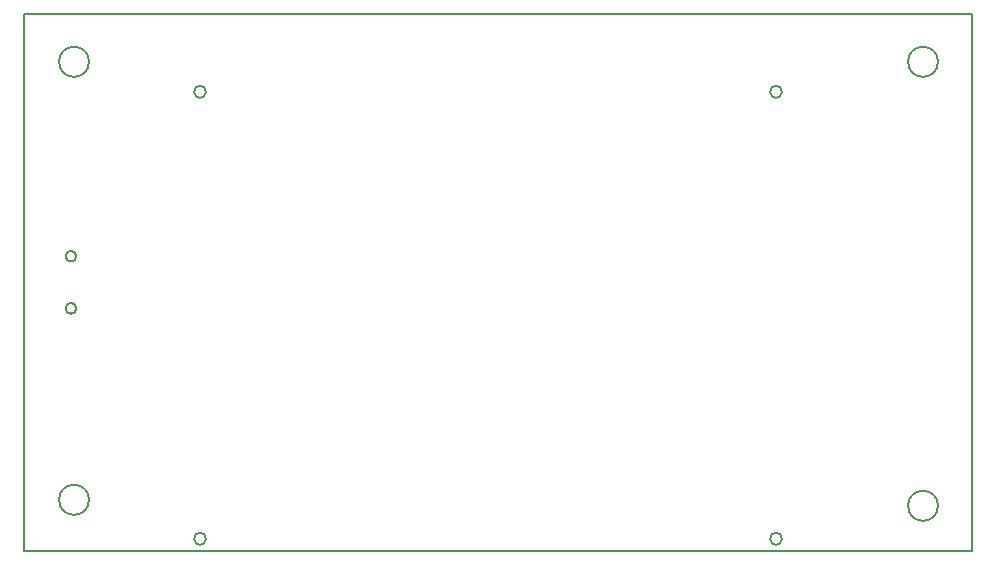
<source format=gbr>
G04 (created by PCBNEW (2013-04-19 BZR 4011)-stable) date 01/07/2013 10:58:15*
%MOIN*%
G04 Gerber Fmt 3.4, Leading zero omitted, Abs format*
%FSLAX34Y34*%
G01*
G70*
G90*
G04 APERTURE LIST*
%ADD10C,2.3622e-006*%
%ADD11C,0.005*%
G04 APERTURE END LIST*
G54D10*
G54D11*
X74050Y-58900D02*
X74050Y-41000D01*
X105650Y-58900D02*
X74050Y-58900D01*
X105650Y-41000D02*
X105650Y-58900D01*
X74050Y-41000D02*
X105650Y-41000D01*
X75782Y-50820D02*
G75*
G03X75782Y-50820I-182J0D01*
G74*
G01*
X75780Y-49080D02*
G75*
G03X75780Y-49080I-180J0D01*
G74*
G01*
X80100Y-58500D02*
G75*
G03X80100Y-58500I-200J0D01*
G74*
G01*
X99300Y-58500D02*
G75*
G03X99300Y-58500I-200J0D01*
G74*
G01*
X99300Y-43600D02*
G75*
G03X99300Y-43600I-200J0D01*
G74*
G01*
X80100Y-43600D02*
G75*
G03X80100Y-43600I-200J0D01*
G74*
G01*
X76200Y-57200D02*
G75*
G03X76200Y-57200I-500J0D01*
G74*
G01*
X104500Y-57400D02*
G75*
G03X104500Y-57400I-500J0D01*
G74*
G01*
X104500Y-42600D02*
G75*
G03X104500Y-42600I-500J0D01*
G74*
G01*
X76200Y-42600D02*
G75*
G03X76200Y-42600I-500J0D01*
G74*
G01*
X99300Y-43600D02*
G75*
G03X99300Y-43600I-200J0D01*
G74*
G01*
X99300Y-58500D02*
G75*
G03X99300Y-58500I-200J0D01*
G74*
G01*
X80100Y-58500D02*
G75*
G03X80100Y-58500I-200J0D01*
G74*
G01*
X80100Y-43600D02*
G75*
G03X80100Y-43600I-200J0D01*
G74*
G01*
X75773Y-50816D02*
G75*
G03X75773Y-50816I-177J0D01*
G74*
G01*
X75773Y-49084D02*
G75*
G03X75773Y-49084I-177J0D01*
G74*
G01*
M02*

</source>
